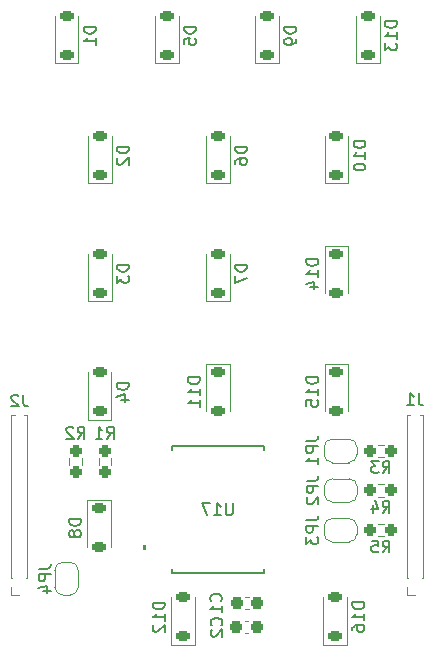
<source format=gbr>
%TF.GenerationSoftware,KiCad,Pcbnew,8.0.1*%
%TF.CreationDate,2024-03-27T15:42:31-05:00*%
%TF.ProjectId,TTWR Keypad,54545752-204b-4657-9970-61642e6b6963,V01*%
%TF.SameCoordinates,Original*%
%TF.FileFunction,Legend,Bot*%
%TF.FilePolarity,Positive*%
%FSLAX46Y46*%
G04 Gerber Fmt 4.6, Leading zero omitted, Abs format (unit mm)*
G04 Created by KiCad (PCBNEW 8.0.1) date 2024-03-27 15:42:31*
%MOMM*%
%LPD*%
G01*
G04 APERTURE LIST*
G04 Aperture macros list*
%AMRoundRect*
0 Rectangle with rounded corners*
0 $1 Rounding radius*
0 $2 $3 $4 $5 $6 $7 $8 $9 X,Y pos of 4 corners*
0 Add a 4 corners polygon primitive as box body*
4,1,4,$2,$3,$4,$5,$6,$7,$8,$9,$2,$3,0*
0 Add four circle primitives for the rounded corners*
1,1,$1+$1,$2,$3*
1,1,$1+$1,$4,$5*
1,1,$1+$1,$6,$7*
1,1,$1+$1,$8,$9*
0 Add four rect primitives between the rounded corners*
20,1,$1+$1,$2,$3,$4,$5,0*
20,1,$1+$1,$4,$5,$6,$7,0*
20,1,$1+$1,$6,$7,$8,$9,0*
20,1,$1+$1,$8,$9,$2,$3,0*%
%AMFreePoly0*
4,1,19,0.500000,-0.750000,0.000000,-0.750000,0.000000,-0.744911,-0.071157,-0.744911,-0.207708,-0.704816,-0.327430,-0.627875,-0.420627,-0.520320,-0.479746,-0.390866,-0.500000,-0.250000,-0.500000,0.250000,-0.479746,0.390866,-0.420627,0.520320,-0.327430,0.627875,-0.207708,0.704816,-0.071157,0.744911,0.000000,0.744911,0.000000,0.750000,0.500000,0.750000,0.500000,-0.750000,0.500000,-0.750000,
$1*%
%AMFreePoly1*
4,1,19,0.000000,0.744911,0.071157,0.744911,0.207708,0.704816,0.327430,0.627875,0.420627,0.520320,0.479746,0.390866,0.500000,0.250000,0.500000,-0.250000,0.479746,-0.390866,0.420627,-0.520320,0.327430,-0.627875,0.207708,-0.704816,0.071157,-0.744911,0.000000,-0.744911,0.000000,-0.750000,-0.500000,-0.750000,-0.500000,0.750000,0.000000,0.750000,0.000000,0.744911,0.000000,0.744911,
$1*%
G04 Aperture macros list end*
%ADD10C,0.150000*%
%ADD11C,0.120000*%
%ADD12C,0.152400*%
%ADD13C,0.000000*%
%ADD14FreePoly0,270.000000*%
%ADD15FreePoly1,270.000000*%
%ADD16RoundRect,0.237500X-0.300000X-0.237500X0.300000X-0.237500X0.300000X0.237500X-0.300000X0.237500X0*%
%ADD17RoundRect,0.225000X0.375000X-0.225000X0.375000X0.225000X-0.375000X0.225000X-0.375000X-0.225000X0*%
%ADD18FreePoly0,0.000000*%
%ADD19FreePoly1,0.000000*%
%ADD20RoundRect,0.225000X-0.375000X0.225000X-0.375000X-0.225000X0.375000X-0.225000X0.375000X0.225000X0*%
%ADD21RoundRect,0.237500X-0.237500X0.250000X-0.237500X-0.250000X0.237500X-0.250000X0.237500X0.250000X0*%
%ADD22RoundRect,0.237500X-0.250000X-0.237500X0.250000X-0.237500X0.250000X0.237500X-0.250000X0.237500X0*%
%ADD23R,0.850000X0.850000*%
%ADD24O,0.850000X0.850000*%
%ADD25R,2.082800X0.533400*%
G04 APERTURE END LIST*
D10*
X152654819Y-91491666D02*
X153369104Y-91491666D01*
X153369104Y-91491666D02*
X153511961Y-91444047D01*
X153511961Y-91444047D02*
X153607200Y-91348809D01*
X153607200Y-91348809D02*
X153654819Y-91205952D01*
X153654819Y-91205952D02*
X153654819Y-91110714D01*
X153654819Y-91967857D02*
X152654819Y-91967857D01*
X152654819Y-91967857D02*
X152654819Y-92348809D01*
X152654819Y-92348809D02*
X152702438Y-92444047D01*
X152702438Y-92444047D02*
X152750057Y-92491666D01*
X152750057Y-92491666D02*
X152845295Y-92539285D01*
X152845295Y-92539285D02*
X152988152Y-92539285D01*
X152988152Y-92539285D02*
X153083390Y-92491666D01*
X153083390Y-92491666D02*
X153131009Y-92444047D01*
X153131009Y-92444047D02*
X153178628Y-92348809D01*
X153178628Y-92348809D02*
X153178628Y-91967857D01*
X152988152Y-93396428D02*
X153654819Y-93396428D01*
X152607200Y-93158333D02*
X153321485Y-92920238D01*
X153321485Y-92920238D02*
X153321485Y-93539285D01*
X168072080Y-94233333D02*
X168119700Y-94185714D01*
X168119700Y-94185714D02*
X168167319Y-94042857D01*
X168167319Y-94042857D02*
X168167319Y-93947619D01*
X168167319Y-93947619D02*
X168119700Y-93804762D01*
X168119700Y-93804762D02*
X168024461Y-93709524D01*
X168024461Y-93709524D02*
X167929223Y-93661905D01*
X167929223Y-93661905D02*
X167738747Y-93614286D01*
X167738747Y-93614286D02*
X167595890Y-93614286D01*
X167595890Y-93614286D02*
X167405414Y-93661905D01*
X167405414Y-93661905D02*
X167310176Y-93709524D01*
X167310176Y-93709524D02*
X167214938Y-93804762D01*
X167214938Y-93804762D02*
X167167319Y-93947619D01*
X167167319Y-93947619D02*
X167167319Y-94042857D01*
X167167319Y-94042857D02*
X167214938Y-94185714D01*
X167214938Y-94185714D02*
X167262557Y-94233333D01*
X168167319Y-95185714D02*
X168167319Y-94614286D01*
X168167319Y-94900000D02*
X167167319Y-94900000D01*
X167167319Y-94900000D02*
X167310176Y-94804762D01*
X167310176Y-94804762D02*
X167405414Y-94709524D01*
X167405414Y-94709524D02*
X167453033Y-94614286D01*
X160263819Y-55761905D02*
X159263819Y-55761905D01*
X159263819Y-55761905D02*
X159263819Y-56000000D01*
X159263819Y-56000000D02*
X159311438Y-56142857D01*
X159311438Y-56142857D02*
X159406676Y-56238095D01*
X159406676Y-56238095D02*
X159501914Y-56285714D01*
X159501914Y-56285714D02*
X159692390Y-56333333D01*
X159692390Y-56333333D02*
X159835247Y-56333333D01*
X159835247Y-56333333D02*
X160025723Y-56285714D01*
X160025723Y-56285714D02*
X160120961Y-56238095D01*
X160120961Y-56238095D02*
X160216200Y-56142857D01*
X160216200Y-56142857D02*
X160263819Y-56000000D01*
X160263819Y-56000000D02*
X160263819Y-55761905D01*
X159359057Y-56714286D02*
X159311438Y-56761905D01*
X159311438Y-56761905D02*
X159263819Y-56857143D01*
X159263819Y-56857143D02*
X159263819Y-57095238D01*
X159263819Y-57095238D02*
X159311438Y-57190476D01*
X159311438Y-57190476D02*
X159359057Y-57238095D01*
X159359057Y-57238095D02*
X159454295Y-57285714D01*
X159454295Y-57285714D02*
X159549533Y-57285714D01*
X159549533Y-57285714D02*
X159692390Y-57238095D01*
X159692390Y-57238095D02*
X160263819Y-56666667D01*
X160263819Y-56666667D02*
X160263819Y-57285714D01*
X170279819Y-65761905D02*
X169279819Y-65761905D01*
X169279819Y-65761905D02*
X169279819Y-66000000D01*
X169279819Y-66000000D02*
X169327438Y-66142857D01*
X169327438Y-66142857D02*
X169422676Y-66238095D01*
X169422676Y-66238095D02*
X169517914Y-66285714D01*
X169517914Y-66285714D02*
X169708390Y-66333333D01*
X169708390Y-66333333D02*
X169851247Y-66333333D01*
X169851247Y-66333333D02*
X170041723Y-66285714D01*
X170041723Y-66285714D02*
X170136961Y-66238095D01*
X170136961Y-66238095D02*
X170232200Y-66142857D01*
X170232200Y-66142857D02*
X170279819Y-66000000D01*
X170279819Y-66000000D02*
X170279819Y-65761905D01*
X169279819Y-66666667D02*
X169279819Y-67333333D01*
X169279819Y-67333333D02*
X170279819Y-66904762D01*
X175304819Y-87391666D02*
X176019104Y-87391666D01*
X176019104Y-87391666D02*
X176161961Y-87344047D01*
X176161961Y-87344047D02*
X176257200Y-87248809D01*
X176257200Y-87248809D02*
X176304819Y-87105952D01*
X176304819Y-87105952D02*
X176304819Y-87010714D01*
X176304819Y-87867857D02*
X175304819Y-87867857D01*
X175304819Y-87867857D02*
X175304819Y-88248809D01*
X175304819Y-88248809D02*
X175352438Y-88344047D01*
X175352438Y-88344047D02*
X175400057Y-88391666D01*
X175400057Y-88391666D02*
X175495295Y-88439285D01*
X175495295Y-88439285D02*
X175638152Y-88439285D01*
X175638152Y-88439285D02*
X175733390Y-88391666D01*
X175733390Y-88391666D02*
X175781009Y-88344047D01*
X175781009Y-88344047D02*
X175828628Y-88248809D01*
X175828628Y-88248809D02*
X175828628Y-87867857D01*
X175304819Y-88772619D02*
X175304819Y-89391666D01*
X175304819Y-89391666D02*
X175685771Y-89058333D01*
X175685771Y-89058333D02*
X175685771Y-89201190D01*
X175685771Y-89201190D02*
X175733390Y-89296428D01*
X175733390Y-89296428D02*
X175781009Y-89344047D01*
X175781009Y-89344047D02*
X175876247Y-89391666D01*
X175876247Y-89391666D02*
X176114342Y-89391666D01*
X176114342Y-89391666D02*
X176209580Y-89344047D01*
X176209580Y-89344047D02*
X176257200Y-89296428D01*
X176257200Y-89296428D02*
X176304819Y-89201190D01*
X176304819Y-89201190D02*
X176304819Y-88915476D01*
X176304819Y-88915476D02*
X176257200Y-88820238D01*
X176257200Y-88820238D02*
X176209580Y-88772619D01*
X176304819Y-75280514D02*
X175304819Y-75280514D01*
X175304819Y-75280514D02*
X175304819Y-75518609D01*
X175304819Y-75518609D02*
X175352438Y-75661466D01*
X175352438Y-75661466D02*
X175447676Y-75756704D01*
X175447676Y-75756704D02*
X175542914Y-75804323D01*
X175542914Y-75804323D02*
X175733390Y-75851942D01*
X175733390Y-75851942D02*
X175876247Y-75851942D01*
X175876247Y-75851942D02*
X176066723Y-75804323D01*
X176066723Y-75804323D02*
X176161961Y-75756704D01*
X176161961Y-75756704D02*
X176257200Y-75661466D01*
X176257200Y-75661466D02*
X176304819Y-75518609D01*
X176304819Y-75518609D02*
X176304819Y-75280514D01*
X176304819Y-76804323D02*
X176304819Y-76232895D01*
X176304819Y-76518609D02*
X175304819Y-76518609D01*
X175304819Y-76518609D02*
X175447676Y-76423371D01*
X175447676Y-76423371D02*
X175542914Y-76328133D01*
X175542914Y-76328133D02*
X175590533Y-76232895D01*
X175304819Y-77709085D02*
X175304819Y-77232895D01*
X175304819Y-77232895D02*
X175781009Y-77185276D01*
X175781009Y-77185276D02*
X175733390Y-77232895D01*
X175733390Y-77232895D02*
X175685771Y-77328133D01*
X175685771Y-77328133D02*
X175685771Y-77566228D01*
X175685771Y-77566228D02*
X175733390Y-77661466D01*
X175733390Y-77661466D02*
X175781009Y-77709085D01*
X175781009Y-77709085D02*
X175876247Y-77756704D01*
X175876247Y-77756704D02*
X176114342Y-77756704D01*
X176114342Y-77756704D02*
X176209580Y-77709085D01*
X176209580Y-77709085D02*
X176257200Y-77661466D01*
X176257200Y-77661466D02*
X176304819Y-77566228D01*
X176304819Y-77566228D02*
X176304819Y-77328133D01*
X176304819Y-77328133D02*
X176257200Y-77232895D01*
X176257200Y-77232895D02*
X176209580Y-77185276D01*
X170279819Y-55761905D02*
X169279819Y-55761905D01*
X169279819Y-55761905D02*
X169279819Y-56000000D01*
X169279819Y-56000000D02*
X169327438Y-56142857D01*
X169327438Y-56142857D02*
X169422676Y-56238095D01*
X169422676Y-56238095D02*
X169517914Y-56285714D01*
X169517914Y-56285714D02*
X169708390Y-56333333D01*
X169708390Y-56333333D02*
X169851247Y-56333333D01*
X169851247Y-56333333D02*
X170041723Y-56285714D01*
X170041723Y-56285714D02*
X170136961Y-56238095D01*
X170136961Y-56238095D02*
X170232200Y-56142857D01*
X170232200Y-56142857D02*
X170279819Y-56000000D01*
X170279819Y-56000000D02*
X170279819Y-55761905D01*
X169279819Y-57190476D02*
X169279819Y-57000000D01*
X169279819Y-57000000D02*
X169327438Y-56904762D01*
X169327438Y-56904762D02*
X169375057Y-56857143D01*
X169375057Y-56857143D02*
X169517914Y-56761905D01*
X169517914Y-56761905D02*
X169708390Y-56714286D01*
X169708390Y-56714286D02*
X170089342Y-56714286D01*
X170089342Y-56714286D02*
X170184580Y-56761905D01*
X170184580Y-56761905D02*
X170232200Y-56809524D01*
X170232200Y-56809524D02*
X170279819Y-56904762D01*
X170279819Y-56904762D02*
X170279819Y-57095238D01*
X170279819Y-57095238D02*
X170232200Y-57190476D01*
X170232200Y-57190476D02*
X170184580Y-57238095D01*
X170184580Y-57238095D02*
X170089342Y-57285714D01*
X170089342Y-57285714D02*
X169851247Y-57285714D01*
X169851247Y-57285714D02*
X169756009Y-57238095D01*
X169756009Y-57238095D02*
X169708390Y-57190476D01*
X169708390Y-57190476D02*
X169660771Y-57095238D01*
X169660771Y-57095238D02*
X169660771Y-56904762D01*
X169660771Y-56904762D02*
X169708390Y-56809524D01*
X169708390Y-56809524D02*
X169756009Y-56761905D01*
X169756009Y-56761905D02*
X169851247Y-56714286D01*
X175304819Y-80666666D02*
X176019104Y-80666666D01*
X176019104Y-80666666D02*
X176161961Y-80619047D01*
X176161961Y-80619047D02*
X176257200Y-80523809D01*
X176257200Y-80523809D02*
X176304819Y-80380952D01*
X176304819Y-80380952D02*
X176304819Y-80285714D01*
X176304819Y-81142857D02*
X175304819Y-81142857D01*
X175304819Y-81142857D02*
X175304819Y-81523809D01*
X175304819Y-81523809D02*
X175352438Y-81619047D01*
X175352438Y-81619047D02*
X175400057Y-81666666D01*
X175400057Y-81666666D02*
X175495295Y-81714285D01*
X175495295Y-81714285D02*
X175638152Y-81714285D01*
X175638152Y-81714285D02*
X175733390Y-81666666D01*
X175733390Y-81666666D02*
X175781009Y-81619047D01*
X175781009Y-81619047D02*
X175828628Y-81523809D01*
X175828628Y-81523809D02*
X175828628Y-81142857D01*
X176304819Y-82666666D02*
X176304819Y-82095238D01*
X176304819Y-82380952D02*
X175304819Y-82380952D01*
X175304819Y-82380952D02*
X175447676Y-82285714D01*
X175447676Y-82285714D02*
X175542914Y-82190476D01*
X175542914Y-82190476D02*
X175590533Y-82095238D01*
X168109580Y-96283333D02*
X168157200Y-96235714D01*
X168157200Y-96235714D02*
X168204819Y-96092857D01*
X168204819Y-96092857D02*
X168204819Y-95997619D01*
X168204819Y-95997619D02*
X168157200Y-95854762D01*
X168157200Y-95854762D02*
X168061961Y-95759524D01*
X168061961Y-95759524D02*
X167966723Y-95711905D01*
X167966723Y-95711905D02*
X167776247Y-95664286D01*
X167776247Y-95664286D02*
X167633390Y-95664286D01*
X167633390Y-95664286D02*
X167442914Y-95711905D01*
X167442914Y-95711905D02*
X167347676Y-95759524D01*
X167347676Y-95759524D02*
X167252438Y-95854762D01*
X167252438Y-95854762D02*
X167204819Y-95997619D01*
X167204819Y-95997619D02*
X167204819Y-96092857D01*
X167204819Y-96092857D02*
X167252438Y-96235714D01*
X167252438Y-96235714D02*
X167300057Y-96283333D01*
X167300057Y-96664286D02*
X167252438Y-96711905D01*
X167252438Y-96711905D02*
X167204819Y-96807143D01*
X167204819Y-96807143D02*
X167204819Y-97045238D01*
X167204819Y-97045238D02*
X167252438Y-97140476D01*
X167252438Y-97140476D02*
X167300057Y-97188095D01*
X167300057Y-97188095D02*
X167395295Y-97235714D01*
X167395295Y-97235714D02*
X167490533Y-97235714D01*
X167490533Y-97235714D02*
X167633390Y-97188095D01*
X167633390Y-97188095D02*
X168204819Y-96616667D01*
X168204819Y-96616667D02*
X168204819Y-97235714D01*
X158416666Y-80467319D02*
X158749999Y-79991128D01*
X158988094Y-80467319D02*
X158988094Y-79467319D01*
X158988094Y-79467319D02*
X158607142Y-79467319D01*
X158607142Y-79467319D02*
X158511904Y-79514938D01*
X158511904Y-79514938D02*
X158464285Y-79562557D01*
X158464285Y-79562557D02*
X158416666Y-79657795D01*
X158416666Y-79657795D02*
X158416666Y-79800652D01*
X158416666Y-79800652D02*
X158464285Y-79895890D01*
X158464285Y-79895890D02*
X158511904Y-79943509D01*
X158511904Y-79943509D02*
X158607142Y-79991128D01*
X158607142Y-79991128D02*
X158988094Y-79991128D01*
X157464285Y-80467319D02*
X158035713Y-80467319D01*
X157749999Y-80467319D02*
X157749999Y-79467319D01*
X157749999Y-79467319D02*
X157845237Y-79610176D01*
X157845237Y-79610176D02*
X157940475Y-79705414D01*
X157940475Y-79705414D02*
X158035713Y-79753033D01*
X180204819Y-94335714D02*
X179204819Y-94335714D01*
X179204819Y-94335714D02*
X179204819Y-94573809D01*
X179204819Y-94573809D02*
X179252438Y-94716666D01*
X179252438Y-94716666D02*
X179347676Y-94811904D01*
X179347676Y-94811904D02*
X179442914Y-94859523D01*
X179442914Y-94859523D02*
X179633390Y-94907142D01*
X179633390Y-94907142D02*
X179776247Y-94907142D01*
X179776247Y-94907142D02*
X179966723Y-94859523D01*
X179966723Y-94859523D02*
X180061961Y-94811904D01*
X180061961Y-94811904D02*
X180157200Y-94716666D01*
X180157200Y-94716666D02*
X180204819Y-94573809D01*
X180204819Y-94573809D02*
X180204819Y-94335714D01*
X180204819Y-95859523D02*
X180204819Y-95288095D01*
X180204819Y-95573809D02*
X179204819Y-95573809D01*
X179204819Y-95573809D02*
X179347676Y-95478571D01*
X179347676Y-95478571D02*
X179442914Y-95383333D01*
X179442914Y-95383333D02*
X179490533Y-95288095D01*
X179204819Y-96716666D02*
X179204819Y-96526190D01*
X179204819Y-96526190D02*
X179252438Y-96430952D01*
X179252438Y-96430952D02*
X179300057Y-96383333D01*
X179300057Y-96383333D02*
X179442914Y-96288095D01*
X179442914Y-96288095D02*
X179633390Y-96240476D01*
X179633390Y-96240476D02*
X180014342Y-96240476D01*
X180014342Y-96240476D02*
X180109580Y-96288095D01*
X180109580Y-96288095D02*
X180157200Y-96335714D01*
X180157200Y-96335714D02*
X180204819Y-96430952D01*
X180204819Y-96430952D02*
X180204819Y-96621428D01*
X180204819Y-96621428D02*
X180157200Y-96716666D01*
X180157200Y-96716666D02*
X180109580Y-96764285D01*
X180109580Y-96764285D02*
X180014342Y-96811904D01*
X180014342Y-96811904D02*
X179776247Y-96811904D01*
X179776247Y-96811904D02*
X179681009Y-96764285D01*
X179681009Y-96764285D02*
X179633390Y-96716666D01*
X179633390Y-96716666D02*
X179585771Y-96621428D01*
X179585771Y-96621428D02*
X179585771Y-96430952D01*
X179585771Y-96430952D02*
X179633390Y-96335714D01*
X179633390Y-96335714D02*
X179681009Y-96288095D01*
X179681009Y-96288095D02*
X179776247Y-96240476D01*
X181766666Y-86747319D02*
X182099999Y-86271128D01*
X182338094Y-86747319D02*
X182338094Y-85747319D01*
X182338094Y-85747319D02*
X181957142Y-85747319D01*
X181957142Y-85747319D02*
X181861904Y-85794938D01*
X181861904Y-85794938D02*
X181814285Y-85842557D01*
X181814285Y-85842557D02*
X181766666Y-85937795D01*
X181766666Y-85937795D02*
X181766666Y-86080652D01*
X181766666Y-86080652D02*
X181814285Y-86175890D01*
X181814285Y-86175890D02*
X181861904Y-86223509D01*
X181861904Y-86223509D02*
X181957142Y-86271128D01*
X181957142Y-86271128D02*
X182338094Y-86271128D01*
X180909523Y-86080652D02*
X180909523Y-86747319D01*
X181147618Y-85699700D02*
X181385713Y-86413985D01*
X181385713Y-86413985D02*
X180766666Y-86413985D01*
X181766666Y-90109819D02*
X182099999Y-89633628D01*
X182338094Y-90109819D02*
X182338094Y-89109819D01*
X182338094Y-89109819D02*
X181957142Y-89109819D01*
X181957142Y-89109819D02*
X181861904Y-89157438D01*
X181861904Y-89157438D02*
X181814285Y-89205057D01*
X181814285Y-89205057D02*
X181766666Y-89300295D01*
X181766666Y-89300295D02*
X181766666Y-89443152D01*
X181766666Y-89443152D02*
X181814285Y-89538390D01*
X181814285Y-89538390D02*
X181861904Y-89586009D01*
X181861904Y-89586009D02*
X181957142Y-89633628D01*
X181957142Y-89633628D02*
X182338094Y-89633628D01*
X180861904Y-89109819D02*
X181338094Y-89109819D01*
X181338094Y-89109819D02*
X181385713Y-89586009D01*
X181385713Y-89586009D02*
X181338094Y-89538390D01*
X181338094Y-89538390D02*
X181242856Y-89490771D01*
X181242856Y-89490771D02*
X181004761Y-89490771D01*
X181004761Y-89490771D02*
X180909523Y-89538390D01*
X180909523Y-89538390D02*
X180861904Y-89586009D01*
X180861904Y-89586009D02*
X180814285Y-89681247D01*
X180814285Y-89681247D02*
X180814285Y-89919342D01*
X180814285Y-89919342D02*
X180861904Y-90014580D01*
X180861904Y-90014580D02*
X180909523Y-90062200D01*
X180909523Y-90062200D02*
X181004761Y-90109819D01*
X181004761Y-90109819D02*
X181242856Y-90109819D01*
X181242856Y-90109819D02*
X181338094Y-90062200D01*
X181338094Y-90062200D02*
X181385713Y-90014580D01*
X180304819Y-55280514D02*
X179304819Y-55280514D01*
X179304819Y-55280514D02*
X179304819Y-55518609D01*
X179304819Y-55518609D02*
X179352438Y-55661466D01*
X179352438Y-55661466D02*
X179447676Y-55756704D01*
X179447676Y-55756704D02*
X179542914Y-55804323D01*
X179542914Y-55804323D02*
X179733390Y-55851942D01*
X179733390Y-55851942D02*
X179876247Y-55851942D01*
X179876247Y-55851942D02*
X180066723Y-55804323D01*
X180066723Y-55804323D02*
X180161961Y-55756704D01*
X180161961Y-55756704D02*
X180257200Y-55661466D01*
X180257200Y-55661466D02*
X180304819Y-55518609D01*
X180304819Y-55518609D02*
X180304819Y-55280514D01*
X180304819Y-56804323D02*
X180304819Y-56232895D01*
X180304819Y-56518609D02*
X179304819Y-56518609D01*
X179304819Y-56518609D02*
X179447676Y-56423371D01*
X179447676Y-56423371D02*
X179542914Y-56328133D01*
X179542914Y-56328133D02*
X179590533Y-56232895D01*
X179304819Y-57423371D02*
X179304819Y-57518609D01*
X179304819Y-57518609D02*
X179352438Y-57613847D01*
X179352438Y-57613847D02*
X179400057Y-57661466D01*
X179400057Y-57661466D02*
X179495295Y-57709085D01*
X179495295Y-57709085D02*
X179685771Y-57756704D01*
X179685771Y-57756704D02*
X179923866Y-57756704D01*
X179923866Y-57756704D02*
X180114342Y-57709085D01*
X180114342Y-57709085D02*
X180209580Y-57661466D01*
X180209580Y-57661466D02*
X180257200Y-57613847D01*
X180257200Y-57613847D02*
X180304819Y-57518609D01*
X180304819Y-57518609D02*
X180304819Y-57423371D01*
X180304819Y-57423371D02*
X180257200Y-57328133D01*
X180257200Y-57328133D02*
X180209580Y-57280514D01*
X180209580Y-57280514D02*
X180114342Y-57232895D01*
X180114342Y-57232895D02*
X179923866Y-57185276D01*
X179923866Y-57185276D02*
X179685771Y-57185276D01*
X179685771Y-57185276D02*
X179495295Y-57232895D01*
X179495295Y-57232895D02*
X179400057Y-57280514D01*
X179400057Y-57280514D02*
X179352438Y-57328133D01*
X179352438Y-57328133D02*
X179304819Y-57423371D01*
X174454819Y-45611905D02*
X173454819Y-45611905D01*
X173454819Y-45611905D02*
X173454819Y-45850000D01*
X173454819Y-45850000D02*
X173502438Y-45992857D01*
X173502438Y-45992857D02*
X173597676Y-46088095D01*
X173597676Y-46088095D02*
X173692914Y-46135714D01*
X173692914Y-46135714D02*
X173883390Y-46183333D01*
X173883390Y-46183333D02*
X174026247Y-46183333D01*
X174026247Y-46183333D02*
X174216723Y-46135714D01*
X174216723Y-46135714D02*
X174311961Y-46088095D01*
X174311961Y-46088095D02*
X174407200Y-45992857D01*
X174407200Y-45992857D02*
X174454819Y-45850000D01*
X174454819Y-45850000D02*
X174454819Y-45611905D01*
X174454819Y-46659524D02*
X174454819Y-46850000D01*
X174454819Y-46850000D02*
X174407200Y-46945238D01*
X174407200Y-46945238D02*
X174359580Y-46992857D01*
X174359580Y-46992857D02*
X174216723Y-47088095D01*
X174216723Y-47088095D02*
X174026247Y-47135714D01*
X174026247Y-47135714D02*
X173645295Y-47135714D01*
X173645295Y-47135714D02*
X173550057Y-47088095D01*
X173550057Y-47088095D02*
X173502438Y-47040476D01*
X173502438Y-47040476D02*
X173454819Y-46945238D01*
X173454819Y-46945238D02*
X173454819Y-46754762D01*
X173454819Y-46754762D02*
X173502438Y-46659524D01*
X173502438Y-46659524D02*
X173550057Y-46611905D01*
X173550057Y-46611905D02*
X173645295Y-46564286D01*
X173645295Y-46564286D02*
X173883390Y-46564286D01*
X173883390Y-46564286D02*
X173978628Y-46611905D01*
X173978628Y-46611905D02*
X174026247Y-46659524D01*
X174026247Y-46659524D02*
X174073866Y-46754762D01*
X174073866Y-46754762D02*
X174073866Y-46945238D01*
X174073866Y-46945238D02*
X174026247Y-47040476D01*
X174026247Y-47040476D02*
X173978628Y-47088095D01*
X173978628Y-47088095D02*
X173883390Y-47135714D01*
X182954819Y-45135714D02*
X181954819Y-45135714D01*
X181954819Y-45135714D02*
X181954819Y-45373809D01*
X181954819Y-45373809D02*
X182002438Y-45516666D01*
X182002438Y-45516666D02*
X182097676Y-45611904D01*
X182097676Y-45611904D02*
X182192914Y-45659523D01*
X182192914Y-45659523D02*
X182383390Y-45707142D01*
X182383390Y-45707142D02*
X182526247Y-45707142D01*
X182526247Y-45707142D02*
X182716723Y-45659523D01*
X182716723Y-45659523D02*
X182811961Y-45611904D01*
X182811961Y-45611904D02*
X182907200Y-45516666D01*
X182907200Y-45516666D02*
X182954819Y-45373809D01*
X182954819Y-45373809D02*
X182954819Y-45135714D01*
X182954819Y-46659523D02*
X182954819Y-46088095D01*
X182954819Y-46373809D02*
X181954819Y-46373809D01*
X181954819Y-46373809D02*
X182097676Y-46278571D01*
X182097676Y-46278571D02*
X182192914Y-46183333D01*
X182192914Y-46183333D02*
X182240533Y-46088095D01*
X181954819Y-46992857D02*
X181954819Y-47611904D01*
X181954819Y-47611904D02*
X182335771Y-47278571D01*
X182335771Y-47278571D02*
X182335771Y-47421428D01*
X182335771Y-47421428D02*
X182383390Y-47516666D01*
X182383390Y-47516666D02*
X182431009Y-47564285D01*
X182431009Y-47564285D02*
X182526247Y-47611904D01*
X182526247Y-47611904D02*
X182764342Y-47611904D01*
X182764342Y-47611904D02*
X182859580Y-47564285D01*
X182859580Y-47564285D02*
X182907200Y-47516666D01*
X182907200Y-47516666D02*
X182954819Y-47421428D01*
X182954819Y-47421428D02*
X182954819Y-47135714D01*
X182954819Y-47135714D02*
X182907200Y-47040476D01*
X182907200Y-47040476D02*
X182859580Y-46992857D01*
X157454819Y-45611905D02*
X156454819Y-45611905D01*
X156454819Y-45611905D02*
X156454819Y-45850000D01*
X156454819Y-45850000D02*
X156502438Y-45992857D01*
X156502438Y-45992857D02*
X156597676Y-46088095D01*
X156597676Y-46088095D02*
X156692914Y-46135714D01*
X156692914Y-46135714D02*
X156883390Y-46183333D01*
X156883390Y-46183333D02*
X157026247Y-46183333D01*
X157026247Y-46183333D02*
X157216723Y-46135714D01*
X157216723Y-46135714D02*
X157311961Y-46088095D01*
X157311961Y-46088095D02*
X157407200Y-45992857D01*
X157407200Y-45992857D02*
X157454819Y-45850000D01*
X157454819Y-45850000D02*
X157454819Y-45611905D01*
X157454819Y-47135714D02*
X157454819Y-46564286D01*
X157454819Y-46850000D02*
X156454819Y-46850000D01*
X156454819Y-46850000D02*
X156597676Y-46754762D01*
X156597676Y-46754762D02*
X156692914Y-46659524D01*
X156692914Y-46659524D02*
X156740533Y-46564286D01*
X160254819Y-75761905D02*
X159254819Y-75761905D01*
X159254819Y-75761905D02*
X159254819Y-76000000D01*
X159254819Y-76000000D02*
X159302438Y-76142857D01*
X159302438Y-76142857D02*
X159397676Y-76238095D01*
X159397676Y-76238095D02*
X159492914Y-76285714D01*
X159492914Y-76285714D02*
X159683390Y-76333333D01*
X159683390Y-76333333D02*
X159826247Y-76333333D01*
X159826247Y-76333333D02*
X160016723Y-76285714D01*
X160016723Y-76285714D02*
X160111961Y-76238095D01*
X160111961Y-76238095D02*
X160207200Y-76142857D01*
X160207200Y-76142857D02*
X160254819Y-76000000D01*
X160254819Y-76000000D02*
X160254819Y-75761905D01*
X159588152Y-77190476D02*
X160254819Y-77190476D01*
X159207200Y-76952381D02*
X159921485Y-76714286D01*
X159921485Y-76714286D02*
X159921485Y-77333333D01*
X160263819Y-65761905D02*
X159263819Y-65761905D01*
X159263819Y-65761905D02*
X159263819Y-66000000D01*
X159263819Y-66000000D02*
X159311438Y-66142857D01*
X159311438Y-66142857D02*
X159406676Y-66238095D01*
X159406676Y-66238095D02*
X159501914Y-66285714D01*
X159501914Y-66285714D02*
X159692390Y-66333333D01*
X159692390Y-66333333D02*
X159835247Y-66333333D01*
X159835247Y-66333333D02*
X160025723Y-66285714D01*
X160025723Y-66285714D02*
X160120961Y-66238095D01*
X160120961Y-66238095D02*
X160216200Y-66142857D01*
X160216200Y-66142857D02*
X160263819Y-66000000D01*
X160263819Y-66000000D02*
X160263819Y-65761905D01*
X159263819Y-66666667D02*
X159263819Y-67285714D01*
X159263819Y-67285714D02*
X159644771Y-66952381D01*
X159644771Y-66952381D02*
X159644771Y-67095238D01*
X159644771Y-67095238D02*
X159692390Y-67190476D01*
X159692390Y-67190476D02*
X159740009Y-67238095D01*
X159740009Y-67238095D02*
X159835247Y-67285714D01*
X159835247Y-67285714D02*
X160073342Y-67285714D01*
X160073342Y-67285714D02*
X160168580Y-67238095D01*
X160168580Y-67238095D02*
X160216200Y-67190476D01*
X160216200Y-67190476D02*
X160263819Y-67095238D01*
X160263819Y-67095238D02*
X160263819Y-66809524D01*
X160263819Y-66809524D02*
X160216200Y-66714286D01*
X160216200Y-66714286D02*
X160168580Y-66666667D01*
X151333333Y-76754819D02*
X151333333Y-77469104D01*
X151333333Y-77469104D02*
X151380952Y-77611961D01*
X151380952Y-77611961D02*
X151476190Y-77707200D01*
X151476190Y-77707200D02*
X151619047Y-77754819D01*
X151619047Y-77754819D02*
X151714285Y-77754819D01*
X150904761Y-76850057D02*
X150857142Y-76802438D01*
X150857142Y-76802438D02*
X150761904Y-76754819D01*
X150761904Y-76754819D02*
X150523809Y-76754819D01*
X150523809Y-76754819D02*
X150428571Y-76802438D01*
X150428571Y-76802438D02*
X150380952Y-76850057D01*
X150380952Y-76850057D02*
X150333333Y-76945295D01*
X150333333Y-76945295D02*
X150333333Y-77040533D01*
X150333333Y-77040533D02*
X150380952Y-77183390D01*
X150380952Y-77183390D02*
X150952380Y-77754819D01*
X150952380Y-77754819D02*
X150333333Y-77754819D01*
X184833333Y-76654819D02*
X184833333Y-77369104D01*
X184833333Y-77369104D02*
X184880952Y-77511961D01*
X184880952Y-77511961D02*
X184976190Y-77607200D01*
X184976190Y-77607200D02*
X185119047Y-77654819D01*
X185119047Y-77654819D02*
X185214285Y-77654819D01*
X183833333Y-77654819D02*
X184404761Y-77654819D01*
X184119047Y-77654819D02*
X184119047Y-76654819D01*
X184119047Y-76654819D02*
X184214285Y-76797676D01*
X184214285Y-76797676D02*
X184309523Y-76892914D01*
X184309523Y-76892914D02*
X184404761Y-76940533D01*
X181766666Y-83384819D02*
X182099999Y-82908628D01*
X182338094Y-83384819D02*
X182338094Y-82384819D01*
X182338094Y-82384819D02*
X181957142Y-82384819D01*
X181957142Y-82384819D02*
X181861904Y-82432438D01*
X181861904Y-82432438D02*
X181814285Y-82480057D01*
X181814285Y-82480057D02*
X181766666Y-82575295D01*
X181766666Y-82575295D02*
X181766666Y-82718152D01*
X181766666Y-82718152D02*
X181814285Y-82813390D01*
X181814285Y-82813390D02*
X181861904Y-82861009D01*
X181861904Y-82861009D02*
X181957142Y-82908628D01*
X181957142Y-82908628D02*
X182338094Y-82908628D01*
X181433332Y-82384819D02*
X180814285Y-82384819D01*
X180814285Y-82384819D02*
X181147618Y-82765771D01*
X181147618Y-82765771D02*
X181004761Y-82765771D01*
X181004761Y-82765771D02*
X180909523Y-82813390D01*
X180909523Y-82813390D02*
X180861904Y-82861009D01*
X180861904Y-82861009D02*
X180814285Y-82956247D01*
X180814285Y-82956247D02*
X180814285Y-83194342D01*
X180814285Y-83194342D02*
X180861904Y-83289580D01*
X180861904Y-83289580D02*
X180909523Y-83337200D01*
X180909523Y-83337200D02*
X181004761Y-83384819D01*
X181004761Y-83384819D02*
X181290475Y-83384819D01*
X181290475Y-83384819D02*
X181385713Y-83337200D01*
X181385713Y-83337200D02*
X181433332Y-83289580D01*
X155941666Y-80467319D02*
X156274999Y-79991128D01*
X156513094Y-80467319D02*
X156513094Y-79467319D01*
X156513094Y-79467319D02*
X156132142Y-79467319D01*
X156132142Y-79467319D02*
X156036904Y-79514938D01*
X156036904Y-79514938D02*
X155989285Y-79562557D01*
X155989285Y-79562557D02*
X155941666Y-79657795D01*
X155941666Y-79657795D02*
X155941666Y-79800652D01*
X155941666Y-79800652D02*
X155989285Y-79895890D01*
X155989285Y-79895890D02*
X156036904Y-79943509D01*
X156036904Y-79943509D02*
X156132142Y-79991128D01*
X156132142Y-79991128D02*
X156513094Y-79991128D01*
X155560713Y-79562557D02*
X155513094Y-79514938D01*
X155513094Y-79514938D02*
X155417856Y-79467319D01*
X155417856Y-79467319D02*
X155179761Y-79467319D01*
X155179761Y-79467319D02*
X155084523Y-79514938D01*
X155084523Y-79514938D02*
X155036904Y-79562557D01*
X155036904Y-79562557D02*
X154989285Y-79657795D01*
X154989285Y-79657795D02*
X154989285Y-79753033D01*
X154989285Y-79753033D02*
X155036904Y-79895890D01*
X155036904Y-79895890D02*
X155608332Y-80467319D01*
X155608332Y-80467319D02*
X154989285Y-80467319D01*
X163304819Y-94360714D02*
X162304819Y-94360714D01*
X162304819Y-94360714D02*
X162304819Y-94598809D01*
X162304819Y-94598809D02*
X162352438Y-94741666D01*
X162352438Y-94741666D02*
X162447676Y-94836904D01*
X162447676Y-94836904D02*
X162542914Y-94884523D01*
X162542914Y-94884523D02*
X162733390Y-94932142D01*
X162733390Y-94932142D02*
X162876247Y-94932142D01*
X162876247Y-94932142D02*
X163066723Y-94884523D01*
X163066723Y-94884523D02*
X163161961Y-94836904D01*
X163161961Y-94836904D02*
X163257200Y-94741666D01*
X163257200Y-94741666D02*
X163304819Y-94598809D01*
X163304819Y-94598809D02*
X163304819Y-94360714D01*
X163304819Y-95884523D02*
X163304819Y-95313095D01*
X163304819Y-95598809D02*
X162304819Y-95598809D01*
X162304819Y-95598809D02*
X162447676Y-95503571D01*
X162447676Y-95503571D02*
X162542914Y-95408333D01*
X162542914Y-95408333D02*
X162590533Y-95313095D01*
X162400057Y-96265476D02*
X162352438Y-96313095D01*
X162352438Y-96313095D02*
X162304819Y-96408333D01*
X162304819Y-96408333D02*
X162304819Y-96646428D01*
X162304819Y-96646428D02*
X162352438Y-96741666D01*
X162352438Y-96741666D02*
X162400057Y-96789285D01*
X162400057Y-96789285D02*
X162495295Y-96836904D01*
X162495295Y-96836904D02*
X162590533Y-96836904D01*
X162590533Y-96836904D02*
X162733390Y-96789285D01*
X162733390Y-96789285D02*
X163304819Y-96217857D01*
X163304819Y-96217857D02*
X163304819Y-96836904D01*
X175329819Y-84029166D02*
X176044104Y-84029166D01*
X176044104Y-84029166D02*
X176186961Y-83981547D01*
X176186961Y-83981547D02*
X176282200Y-83886309D01*
X176282200Y-83886309D02*
X176329819Y-83743452D01*
X176329819Y-83743452D02*
X176329819Y-83648214D01*
X176329819Y-84505357D02*
X175329819Y-84505357D01*
X175329819Y-84505357D02*
X175329819Y-84886309D01*
X175329819Y-84886309D02*
X175377438Y-84981547D01*
X175377438Y-84981547D02*
X175425057Y-85029166D01*
X175425057Y-85029166D02*
X175520295Y-85076785D01*
X175520295Y-85076785D02*
X175663152Y-85076785D01*
X175663152Y-85076785D02*
X175758390Y-85029166D01*
X175758390Y-85029166D02*
X175806009Y-84981547D01*
X175806009Y-84981547D02*
X175853628Y-84886309D01*
X175853628Y-84886309D02*
X175853628Y-84505357D01*
X175425057Y-85457738D02*
X175377438Y-85505357D01*
X175377438Y-85505357D02*
X175329819Y-85600595D01*
X175329819Y-85600595D02*
X175329819Y-85838690D01*
X175329819Y-85838690D02*
X175377438Y-85933928D01*
X175377438Y-85933928D02*
X175425057Y-85981547D01*
X175425057Y-85981547D02*
X175520295Y-86029166D01*
X175520295Y-86029166D02*
X175615533Y-86029166D01*
X175615533Y-86029166D02*
X175758390Y-85981547D01*
X175758390Y-85981547D02*
X176329819Y-85410119D01*
X176329819Y-85410119D02*
X176329819Y-86029166D01*
X165954819Y-45611905D02*
X164954819Y-45611905D01*
X164954819Y-45611905D02*
X164954819Y-45850000D01*
X164954819Y-45850000D02*
X165002438Y-45992857D01*
X165002438Y-45992857D02*
X165097676Y-46088095D01*
X165097676Y-46088095D02*
X165192914Y-46135714D01*
X165192914Y-46135714D02*
X165383390Y-46183333D01*
X165383390Y-46183333D02*
X165526247Y-46183333D01*
X165526247Y-46183333D02*
X165716723Y-46135714D01*
X165716723Y-46135714D02*
X165811961Y-46088095D01*
X165811961Y-46088095D02*
X165907200Y-45992857D01*
X165907200Y-45992857D02*
X165954819Y-45850000D01*
X165954819Y-45850000D02*
X165954819Y-45611905D01*
X164954819Y-47088095D02*
X164954819Y-46611905D01*
X164954819Y-46611905D02*
X165431009Y-46564286D01*
X165431009Y-46564286D02*
X165383390Y-46611905D01*
X165383390Y-46611905D02*
X165335771Y-46707143D01*
X165335771Y-46707143D02*
X165335771Y-46945238D01*
X165335771Y-46945238D02*
X165383390Y-47040476D01*
X165383390Y-47040476D02*
X165431009Y-47088095D01*
X165431009Y-47088095D02*
X165526247Y-47135714D01*
X165526247Y-47135714D02*
X165764342Y-47135714D01*
X165764342Y-47135714D02*
X165859580Y-47088095D01*
X165859580Y-47088095D02*
X165907200Y-47040476D01*
X165907200Y-47040476D02*
X165954819Y-46945238D01*
X165954819Y-46945238D02*
X165954819Y-46707143D01*
X165954819Y-46707143D02*
X165907200Y-46611905D01*
X165907200Y-46611905D02*
X165859580Y-46564286D01*
X166279819Y-75285714D02*
X165279819Y-75285714D01*
X165279819Y-75285714D02*
X165279819Y-75523809D01*
X165279819Y-75523809D02*
X165327438Y-75666666D01*
X165327438Y-75666666D02*
X165422676Y-75761904D01*
X165422676Y-75761904D02*
X165517914Y-75809523D01*
X165517914Y-75809523D02*
X165708390Y-75857142D01*
X165708390Y-75857142D02*
X165851247Y-75857142D01*
X165851247Y-75857142D02*
X166041723Y-75809523D01*
X166041723Y-75809523D02*
X166136961Y-75761904D01*
X166136961Y-75761904D02*
X166232200Y-75666666D01*
X166232200Y-75666666D02*
X166279819Y-75523809D01*
X166279819Y-75523809D02*
X166279819Y-75285714D01*
X166279819Y-76809523D02*
X166279819Y-76238095D01*
X166279819Y-76523809D02*
X165279819Y-76523809D01*
X165279819Y-76523809D02*
X165422676Y-76428571D01*
X165422676Y-76428571D02*
X165517914Y-76333333D01*
X165517914Y-76333333D02*
X165565533Y-76238095D01*
X166279819Y-77761904D02*
X166279819Y-77190476D01*
X166279819Y-77476190D02*
X165279819Y-77476190D01*
X165279819Y-77476190D02*
X165422676Y-77380952D01*
X165422676Y-77380952D02*
X165517914Y-77285714D01*
X165517914Y-77285714D02*
X165565533Y-77190476D01*
X156229819Y-87286905D02*
X155229819Y-87286905D01*
X155229819Y-87286905D02*
X155229819Y-87525000D01*
X155229819Y-87525000D02*
X155277438Y-87667857D01*
X155277438Y-87667857D02*
X155372676Y-87763095D01*
X155372676Y-87763095D02*
X155467914Y-87810714D01*
X155467914Y-87810714D02*
X155658390Y-87858333D01*
X155658390Y-87858333D02*
X155801247Y-87858333D01*
X155801247Y-87858333D02*
X155991723Y-87810714D01*
X155991723Y-87810714D02*
X156086961Y-87763095D01*
X156086961Y-87763095D02*
X156182200Y-87667857D01*
X156182200Y-87667857D02*
X156229819Y-87525000D01*
X156229819Y-87525000D02*
X156229819Y-87286905D01*
X155658390Y-88429762D02*
X155610771Y-88334524D01*
X155610771Y-88334524D02*
X155563152Y-88286905D01*
X155563152Y-88286905D02*
X155467914Y-88239286D01*
X155467914Y-88239286D02*
X155420295Y-88239286D01*
X155420295Y-88239286D02*
X155325057Y-88286905D01*
X155325057Y-88286905D02*
X155277438Y-88334524D01*
X155277438Y-88334524D02*
X155229819Y-88429762D01*
X155229819Y-88429762D02*
X155229819Y-88620238D01*
X155229819Y-88620238D02*
X155277438Y-88715476D01*
X155277438Y-88715476D02*
X155325057Y-88763095D01*
X155325057Y-88763095D02*
X155420295Y-88810714D01*
X155420295Y-88810714D02*
X155467914Y-88810714D01*
X155467914Y-88810714D02*
X155563152Y-88763095D01*
X155563152Y-88763095D02*
X155610771Y-88715476D01*
X155610771Y-88715476D02*
X155658390Y-88620238D01*
X155658390Y-88620238D02*
X155658390Y-88429762D01*
X155658390Y-88429762D02*
X155706009Y-88334524D01*
X155706009Y-88334524D02*
X155753628Y-88286905D01*
X155753628Y-88286905D02*
X155848866Y-88239286D01*
X155848866Y-88239286D02*
X156039342Y-88239286D01*
X156039342Y-88239286D02*
X156134580Y-88286905D01*
X156134580Y-88286905D02*
X156182200Y-88334524D01*
X156182200Y-88334524D02*
X156229819Y-88429762D01*
X156229819Y-88429762D02*
X156229819Y-88620238D01*
X156229819Y-88620238D02*
X156182200Y-88715476D01*
X156182200Y-88715476D02*
X156134580Y-88763095D01*
X156134580Y-88763095D02*
X156039342Y-88810714D01*
X156039342Y-88810714D02*
X155848866Y-88810714D01*
X155848866Y-88810714D02*
X155753628Y-88763095D01*
X155753628Y-88763095D02*
X155706009Y-88715476D01*
X155706009Y-88715476D02*
X155658390Y-88620238D01*
X169063094Y-85954819D02*
X169063094Y-86764342D01*
X169063094Y-86764342D02*
X169015475Y-86859580D01*
X169015475Y-86859580D02*
X168967856Y-86907200D01*
X168967856Y-86907200D02*
X168872618Y-86954819D01*
X168872618Y-86954819D02*
X168682142Y-86954819D01*
X168682142Y-86954819D02*
X168586904Y-86907200D01*
X168586904Y-86907200D02*
X168539285Y-86859580D01*
X168539285Y-86859580D02*
X168491666Y-86764342D01*
X168491666Y-86764342D02*
X168491666Y-85954819D01*
X167491666Y-86954819D02*
X168063094Y-86954819D01*
X167777380Y-86954819D02*
X167777380Y-85954819D01*
X167777380Y-85954819D02*
X167872618Y-86097676D01*
X167872618Y-86097676D02*
X167967856Y-86192914D01*
X167967856Y-86192914D02*
X168063094Y-86240533D01*
X167158332Y-85954819D02*
X166491666Y-85954819D01*
X166491666Y-85954819D02*
X166920237Y-86954819D01*
X176304819Y-65280514D02*
X175304819Y-65280514D01*
X175304819Y-65280514D02*
X175304819Y-65518609D01*
X175304819Y-65518609D02*
X175352438Y-65661466D01*
X175352438Y-65661466D02*
X175447676Y-65756704D01*
X175447676Y-65756704D02*
X175542914Y-65804323D01*
X175542914Y-65804323D02*
X175733390Y-65851942D01*
X175733390Y-65851942D02*
X175876247Y-65851942D01*
X175876247Y-65851942D02*
X176066723Y-65804323D01*
X176066723Y-65804323D02*
X176161961Y-65756704D01*
X176161961Y-65756704D02*
X176257200Y-65661466D01*
X176257200Y-65661466D02*
X176304819Y-65518609D01*
X176304819Y-65518609D02*
X176304819Y-65280514D01*
X176304819Y-66804323D02*
X176304819Y-66232895D01*
X176304819Y-66518609D02*
X175304819Y-66518609D01*
X175304819Y-66518609D02*
X175447676Y-66423371D01*
X175447676Y-66423371D02*
X175542914Y-66328133D01*
X175542914Y-66328133D02*
X175590533Y-66232895D01*
X175638152Y-67661466D02*
X176304819Y-67661466D01*
X175257200Y-67423371D02*
X175971485Y-67185276D01*
X175971485Y-67185276D02*
X175971485Y-67804323D01*
D11*
%TO.C,JP4*%
X154000000Y-91625000D02*
X154000000Y-93025000D01*
X154700000Y-93725000D02*
X155300000Y-93725000D01*
X155300000Y-90925000D02*
X154700000Y-90925000D01*
X156000000Y-93025000D02*
X156000000Y-91625000D01*
X154000000Y-91625000D02*
G75*
G02*
X154700000Y-90925000I699999J1D01*
G01*
X154700000Y-93725000D02*
G75*
G02*
X154000000Y-93025000I0J700000D01*
G01*
X155300000Y-90925000D02*
G75*
G02*
X156000000Y-91625000I1J-699999D01*
G01*
X156000000Y-93025000D02*
G75*
G02*
X155300000Y-93725000I-700000J0D01*
G01*
%TO.C,C1*%
X170408767Y-93890000D02*
X170116233Y-93890000D01*
X170408767Y-94910000D02*
X170116233Y-94910000D01*
%TO.C,D2*%
X156809000Y-54850000D02*
X156809000Y-58860000D01*
X156809000Y-58860000D02*
X158809000Y-58860000D01*
X158809000Y-54850000D02*
X158809000Y-58860000D01*
%TO.C,D7*%
X166825000Y-64850000D02*
X166825000Y-68860000D01*
X166825000Y-68860000D02*
X168825000Y-68860000D01*
X168825000Y-64850000D02*
X168825000Y-68860000D01*
%TO.C,JP3*%
X176800000Y-87925000D02*
X176800000Y-88525000D01*
X177500000Y-89225000D02*
X178900000Y-89225000D01*
X178900000Y-87225000D02*
X177500000Y-87225000D01*
X179600000Y-88525000D02*
X179600000Y-87925000D01*
X176800000Y-87925000D02*
G75*
G02*
X177500000Y-87225000I699999J1D01*
G01*
X177500000Y-89225000D02*
G75*
G02*
X176800000Y-88525000I-1J699999D01*
G01*
X178900000Y-87225000D02*
G75*
G02*
X179600000Y-87925000I0J-700000D01*
G01*
X179600000Y-88525000D02*
G75*
G02*
X178900000Y-89225000I-700000J0D01*
G01*
%TO.C,D15*%
X176850000Y-78144800D02*
X176850000Y-74134800D01*
X178850000Y-74134800D02*
X176850000Y-74134800D01*
X178850000Y-78144800D02*
X178850000Y-74134800D01*
%TO.C,D6*%
X166825000Y-54850000D02*
X166825000Y-58860000D01*
X166825000Y-58860000D02*
X168825000Y-58860000D01*
X168825000Y-54850000D02*
X168825000Y-58860000D01*
%TO.C,JP1*%
X176800000Y-81200000D02*
X176800000Y-81800000D01*
X177500000Y-82500000D02*
X178900000Y-82500000D01*
X178900000Y-80500000D02*
X177500000Y-80500000D01*
X179600000Y-81800000D02*
X179600000Y-81200000D01*
X176800000Y-81200000D02*
G75*
G02*
X177500000Y-80500000I699999J1D01*
G01*
X177500000Y-82500000D02*
G75*
G02*
X176800000Y-81800000I-1J699999D01*
G01*
X178900000Y-80500000D02*
G75*
G02*
X179600000Y-81200000I0J-700000D01*
G01*
X179600000Y-81800000D02*
G75*
G02*
X178900000Y-82500000I-700000J0D01*
G01*
%TO.C,C2*%
X170396267Y-95940000D02*
X170103733Y-95940000D01*
X170396267Y-96960000D02*
X170103733Y-96960000D01*
%TO.C,R1*%
X157727500Y-82667224D02*
X157727500Y-82157776D01*
X158772500Y-82667224D02*
X158772500Y-82157776D01*
%TO.C,D16*%
X176750000Y-93900000D02*
X176750000Y-97910000D01*
X176750000Y-97910000D02*
X178750000Y-97910000D01*
X178750000Y-93900000D02*
X178750000Y-97910000D01*
%TO.C,R4*%
X181854724Y-84340000D02*
X181345276Y-84340000D01*
X181854724Y-85385000D02*
X181345276Y-85385000D01*
%TO.C,R5*%
X181854724Y-87702500D02*
X181345276Y-87702500D01*
X181854724Y-88747500D02*
X181345276Y-88747500D01*
%TO.C,D10*%
X176850000Y-54844800D02*
X176850000Y-58854800D01*
X176850000Y-58854800D02*
X178850000Y-58854800D01*
X178850000Y-54844800D02*
X178850000Y-58854800D01*
%TO.C,D9*%
X171000000Y-44700000D02*
X171000000Y-48710000D01*
X171000000Y-48710000D02*
X173000000Y-48710000D01*
X173000000Y-44700000D02*
X173000000Y-48710000D01*
%TO.C,D13*%
X179500000Y-44700000D02*
X179500000Y-48710000D01*
X179500000Y-48710000D02*
X181500000Y-48710000D01*
X181500000Y-44700000D02*
X181500000Y-48710000D01*
%TO.C,D1*%
X154000000Y-44700000D02*
X154000000Y-48710000D01*
X154000000Y-48710000D02*
X156000000Y-48710000D01*
X156000000Y-44700000D02*
X156000000Y-48710000D01*
%TO.C,D4*%
X156800000Y-74850000D02*
X156800000Y-78860000D01*
X156800000Y-78860000D02*
X158800000Y-78860000D01*
X158800000Y-74850000D02*
X158800000Y-78860000D01*
%TO.C,D3*%
X156809000Y-64850000D02*
X156809000Y-68860000D01*
X156809000Y-68860000D02*
X158809000Y-68860000D01*
X158809000Y-64850000D02*
X158809000Y-68860000D01*
%TO.C,J2*%
X150305000Y-78440000D02*
X150305000Y-92315000D01*
X150305000Y-93685000D02*
X150305000Y-93000000D01*
X150391724Y-92315000D02*
X150305000Y-92315000D01*
X150605507Y-78440000D02*
X150305000Y-78440000D01*
X151000000Y-93685000D02*
X150305000Y-93685000D01*
X151695000Y-78440000D02*
X151394493Y-78440000D01*
X151695000Y-78440000D02*
X151695000Y-92315000D01*
X151695000Y-92315000D02*
X151608276Y-92315000D01*
%TO.C,J1*%
X183805000Y-78440000D02*
X183805000Y-92315000D01*
X183805000Y-93685000D02*
X183805000Y-93000000D01*
X183891724Y-92315000D02*
X183805000Y-92315000D01*
X184105507Y-78440000D02*
X183805000Y-78440000D01*
X184500000Y-93685000D02*
X183805000Y-93685000D01*
X185195000Y-78440000D02*
X184894493Y-78440000D01*
X185195000Y-78440000D02*
X185195000Y-92315000D01*
X185195000Y-92315000D02*
X185108276Y-92315000D01*
%TO.C,R3*%
X181854724Y-80977500D02*
X181345276Y-80977500D01*
X181854724Y-82022500D02*
X181345276Y-82022500D01*
%TO.C,R2*%
X155252500Y-82667224D02*
X155252500Y-82157776D01*
X156297500Y-82667224D02*
X156297500Y-82157776D01*
%TO.C,D12*%
X163850000Y-93900000D02*
X163850000Y-97910000D01*
X163850000Y-97910000D02*
X165850000Y-97910000D01*
X165850000Y-93900000D02*
X165850000Y-97910000D01*
%TO.C,JP2*%
X176825000Y-84562500D02*
X176825000Y-85162500D01*
X177525000Y-85862500D02*
X178925000Y-85862500D01*
X178925000Y-83862500D02*
X177525000Y-83862500D01*
X179625000Y-85162500D02*
X179625000Y-84562500D01*
X176825000Y-84562500D02*
G75*
G02*
X177525000Y-83862500I699999J1D01*
G01*
X177525000Y-85862500D02*
G75*
G02*
X176825000Y-85162500I-1J699999D01*
G01*
X178925000Y-83862500D02*
G75*
G02*
X179625000Y-84562500I0J-700000D01*
G01*
X179625000Y-85162500D02*
G75*
G02*
X178925000Y-85862500I-700000J0D01*
G01*
%TO.C,D5*%
X162500000Y-44700000D02*
X162500000Y-48710000D01*
X162500000Y-48710000D02*
X164500000Y-48710000D01*
X164500000Y-44700000D02*
X164500000Y-48710000D01*
%TO.C,D11*%
X166825000Y-78150000D02*
X166825000Y-74140000D01*
X168825000Y-74140000D02*
X166825000Y-74140000D01*
X168825000Y-78150000D02*
X168825000Y-74140000D01*
%TO.C,D8*%
X156775000Y-89675000D02*
X156775000Y-85665000D01*
X158775000Y-85665000D02*
X156775000Y-85665000D01*
X158775000Y-89675000D02*
X158775000Y-85665000D01*
D12*
%TO.C,U17*%
X163900700Y-81127900D02*
X163900700Y-81455560D01*
X163900700Y-91544440D02*
X163900700Y-91872100D01*
X163900700Y-91872100D02*
X171749300Y-91872100D01*
X171749300Y-81127900D02*
X163900700Y-81127900D01*
X171749300Y-81455560D02*
X171749300Y-81127900D01*
X171749300Y-91872100D02*
X171749300Y-91544440D01*
D13*
G36*
X161690900Y-89865500D02*
G01*
X161436900Y-89865500D01*
X161436900Y-89484500D01*
X161690900Y-89484500D01*
X161690900Y-89865500D01*
G37*
D11*
%TO.C,D14*%
X176850000Y-68144800D02*
X176850000Y-64134800D01*
X178850000Y-64134800D02*
X176850000Y-64134800D01*
X178850000Y-68144800D02*
X178850000Y-64134800D01*
%TD*%
%LPC*%
D14*
%TO.C,JP4*%
X155000000Y-91675000D03*
D15*
X155000000Y-92975000D03*
%TD*%
D16*
%TO.C,C1*%
X169400000Y-94400000D03*
X171125000Y-94400000D03*
%TD*%
D17*
%TO.C,D2*%
X157809000Y-58150000D03*
X157809000Y-54850000D03*
%TD*%
%TO.C,D7*%
X167825000Y-68150000D03*
X167825000Y-64850000D03*
%TD*%
D18*
%TO.C,JP3*%
X177550000Y-88225000D03*
D19*
X178850000Y-88225000D03*
%TD*%
D20*
%TO.C,D15*%
X177850000Y-74844800D03*
X177850000Y-78144800D03*
%TD*%
D17*
%TO.C,D6*%
X167825000Y-58150000D03*
X167825000Y-54850000D03*
%TD*%
D18*
%TO.C,JP1*%
X177550000Y-81500000D03*
D19*
X178850000Y-81500000D03*
%TD*%
D16*
%TO.C,C2*%
X169387500Y-96450000D03*
X171112500Y-96450000D03*
%TD*%
D21*
%TO.C,R1*%
X158250000Y-81500000D03*
X158250000Y-83325000D03*
%TD*%
D17*
%TO.C,D16*%
X177750000Y-97200000D03*
X177750000Y-93900000D03*
%TD*%
D22*
%TO.C,R4*%
X180687500Y-84862500D03*
X182512500Y-84862500D03*
%TD*%
%TO.C,R5*%
X180687500Y-88225000D03*
X182512500Y-88225000D03*
%TD*%
D17*
%TO.C,D10*%
X177850000Y-58144800D03*
X177850000Y-54844800D03*
%TD*%
%TO.C,D9*%
X172000000Y-48000000D03*
X172000000Y-44700000D03*
%TD*%
%TO.C,D13*%
X180500000Y-48000000D03*
X180500000Y-44700000D03*
%TD*%
%TO.C,D1*%
X155000000Y-48000000D03*
X155000000Y-44700000D03*
%TD*%
%TO.C,D4*%
X157800000Y-78150000D03*
X157800000Y-74850000D03*
%TD*%
%TO.C,D3*%
X157809000Y-68150000D03*
X157809000Y-64850000D03*
%TD*%
D23*
%TO.C,J2*%
X151000000Y-93000000D03*
D24*
X151000000Y-92000000D03*
X151000000Y-91000000D03*
X151000000Y-90000000D03*
X151000000Y-89000000D03*
X151000000Y-88000000D03*
X151000000Y-87000000D03*
X151000000Y-86000000D03*
X151000000Y-85000000D03*
X151000000Y-84000000D03*
X151000000Y-83000000D03*
X151000000Y-82000000D03*
X151000000Y-81000000D03*
X151000000Y-80000000D03*
X151000000Y-79000000D03*
%TD*%
D23*
%TO.C,J1*%
X184500000Y-93000000D03*
D24*
X184500000Y-92000000D03*
X184500000Y-91000000D03*
X184500000Y-90000000D03*
X184500000Y-89000000D03*
X184500000Y-88000000D03*
X184500000Y-87000000D03*
X184500000Y-86000000D03*
X184500000Y-85000000D03*
X184500000Y-84000000D03*
X184500000Y-83000000D03*
X184500000Y-82000000D03*
X184500000Y-81000000D03*
X184500000Y-80000000D03*
X184500000Y-79000000D03*
%TD*%
D22*
%TO.C,R3*%
X180687500Y-81500000D03*
X182512500Y-81500000D03*
%TD*%
D21*
%TO.C,R2*%
X155775000Y-81500000D03*
X155775000Y-83325000D03*
%TD*%
D17*
%TO.C,D12*%
X164850000Y-97200000D03*
X164850000Y-93900000D03*
%TD*%
D18*
%TO.C,JP2*%
X177575000Y-84862500D03*
D19*
X178875000Y-84862500D03*
%TD*%
D17*
%TO.C,D5*%
X163500000Y-48000000D03*
X163500000Y-44700000D03*
%TD*%
D20*
%TO.C,D11*%
X167825000Y-74850000D03*
X167825000Y-78150000D03*
%TD*%
%TO.C,D8*%
X157775000Y-86375000D03*
X157775000Y-89675000D03*
%TD*%
D25*
%TO.C,U17*%
X172663700Y-82055000D03*
X172663700Y-83325000D03*
X172663700Y-84595000D03*
X172663700Y-85865000D03*
X172663700Y-87135000D03*
X172663700Y-88405000D03*
X172663700Y-89675000D03*
X172663700Y-90945000D03*
X162986300Y-90945000D03*
X162986300Y-89675000D03*
X162986300Y-88405000D03*
X162986300Y-87135000D03*
X162986300Y-85865000D03*
X162986300Y-84595000D03*
X162986300Y-83325000D03*
X162986300Y-82055000D03*
%TD*%
D20*
%TO.C,D14*%
X177850000Y-64844800D03*
X177850000Y-68144800D03*
%TD*%
%LPD*%
M02*

</source>
